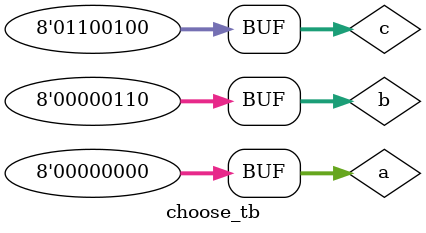
<source format=v>
`include "choose.v"
`timescale 1ns/1ps

module choose_tb();
    reg  [7:0] a;
    reg  [7:0] b;
    reg  [7:0] c;
    wire [7:0] chosen;

    choose uut
    (
        a,
        b,
        c,
        chosen
    );

    initial
    begin

        $dumpfile("dump.vcd");
        $dumpvars(0, choose_tb);   

        #1;
        a = 8'b00001100;
        b = 8'b00001110;
        c = 8'b00001000;

        #1;
        a = 255;
        b = 0;
        c = 255;
        
        #1;
        a = 0;
        b = 6;
        c = 100;

        #1;
    end            
endmodule
</source>
